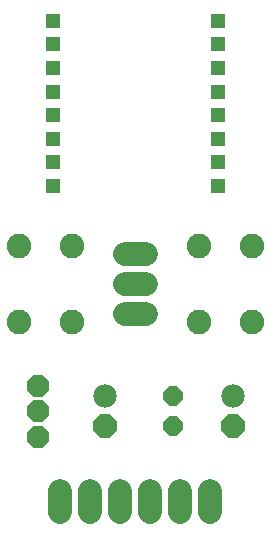
<source format=gbs>
G04 EAGLE Gerber RS-274X export*
G75*
%MOMM*%
%FSLAX34Y34*%
%LPD*%
%INSoldermask Bottom*%
%IPPOS*%
%AMOC8*
5,1,8,0,0,1.08239X$1,22.5*%
G01*
%ADD10P,1.803519X8X112.500000*%
%ADD11C,1.981200*%
%ADD12P,2.144431X8X292.500000*%
%ADD13C,2.032000*%
%ADD14P,2.034460X8X112.500000*%
%ADD15R,1.311200X1.311200*%
%ADD16C,2.082800*%


D10*
X158750Y107950D03*
X158750Y133350D03*
D11*
X101600Y133350D03*
D12*
X101600Y107950D03*
D11*
X209550Y133350D03*
D12*
X209550Y107950D03*
D13*
X190500Y53594D02*
X190500Y35306D01*
X165100Y35306D02*
X165100Y53594D01*
X139700Y53594D02*
X139700Y35306D01*
X114300Y35306D02*
X114300Y53594D01*
X88900Y53594D02*
X88900Y35306D01*
X63500Y35306D02*
X63500Y53594D01*
D14*
X44450Y99060D03*
X44450Y120650D03*
X44450Y142240D03*
D15*
X57000Y451400D03*
X57000Y431400D03*
X57000Y411400D03*
X57000Y391400D03*
X57000Y371400D03*
X57000Y351400D03*
X57000Y331400D03*
X57000Y311400D03*
X197000Y311400D03*
X197000Y331400D03*
X197000Y351400D03*
X197000Y371400D03*
X197000Y391400D03*
X197000Y411400D03*
X197000Y431400D03*
X197000Y451400D03*
D13*
X136144Y203200D02*
X117856Y203200D01*
X117856Y228600D02*
X136144Y228600D01*
X136144Y254000D02*
X117856Y254000D01*
D16*
X28194Y196088D03*
X28194Y261112D03*
X73406Y196088D03*
X73406Y261112D03*
X225806Y261112D03*
X225806Y196088D03*
X180594Y261112D03*
X180594Y196088D03*
M02*

</source>
